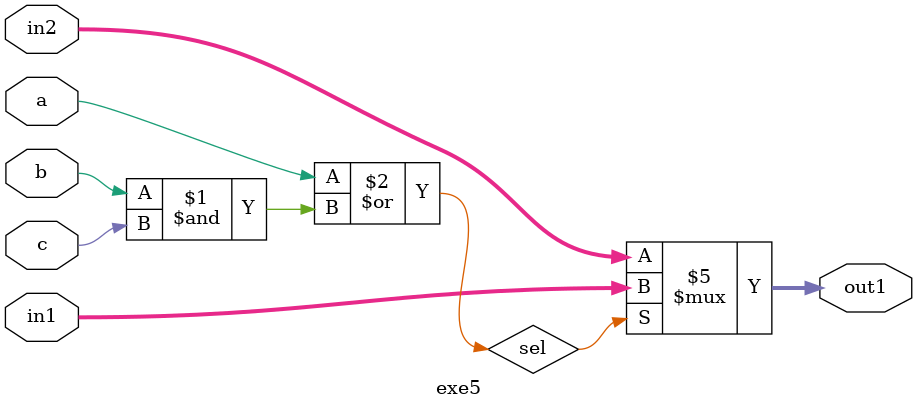
<source format=sv>
/*
5) Crie um módulo com entradas in1 e in2 (de 3 bits) e a, b, c de 1 bit, contendo
também uma saída out1 de 3 bits. Internamente, implemente a funcionalidade
abaixo que gera o sinal interno sel. Quando sel é 1, out1 recebe in1. Quando sel é 0,
out1 recebe in2. Crie o testbench e simule no Modelsim.
*/

module exe5(
    input logic [2:0] in1, 
    input logic [2:0] in2, 
    input logic a,         
    input logic b,
    input logic c,
    output logic [2:0] out1 
);

    logic sel;

    assign sel = a | b & c;

    always_comb begin
        if (sel)
            out1 = in1;
        else
            out1 = in2;
    end
endmodule
</source>
